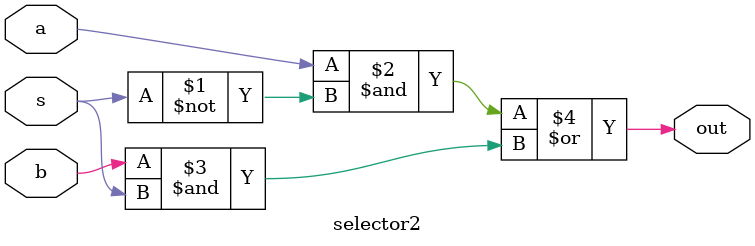
<source format=v>
module selector2(input a,b,s, output out);
  assign out = (a&~s)|(b&s);
endmodule
</source>
